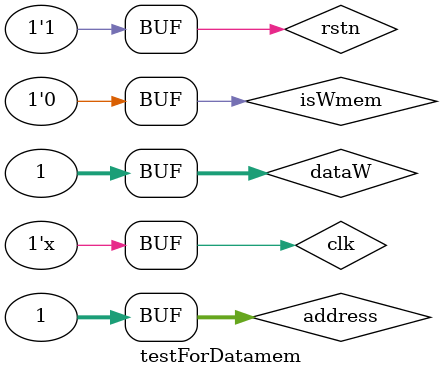
<source format=v>
`timescale 1ns / 1ps


module testForDatamem;
    reg [31:0] address;
    reg [31:0] dataW;
    reg isWmem;
    wire [31:0] dataR;
    reg clk;
    reg rstn;
    initial begin
        clk=0;
        rstn=0;
        #100;
        rstn=1'b1;
        isWmem=1'b1;
        address=32'b0000_0000_0000_0000_0000_0000_0000_1001;
        dataW=32'b0000_0000_0000_0000_0000_0000_0000_0001;
        #100;
        isWmem=1'b0;
        address=32'b0000_0000_0000_0000_0000_0000_0000_0001;
    end
    always #100 clk=~clk;
    dataMem dataMem0(
        .clk(clk),
        .rstn(rstn),
        .address(address),
        .dataW(dataW),
        .dataR(dataR),
        .isWmem(isWmem)
    );

endmodule

</source>
